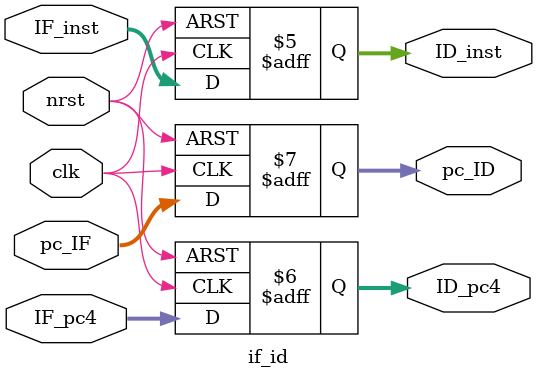
<source format=v>
`timescale 1ns/1ps

module if_id(
	input clk,
	input nrst,
	input [31:0] IF_pc4,
	input [31:0] pc_IF,
	input [31:0] IF_inst,
	output reg [31:0] ID_pc4,
	output reg [31:0] pc_ID,
	output reg [31:0] ID_inst
);
	always@(posedge clk or negedge nrst) begin
		if(!nrst) begin
			ID_pc4 <= 0;
			pc_ID <= 0;
		end
		else begin
			ID_pc4 <= IF_pc4;
			pc_ID <= pc_IF;
		end
	end

	always@(negedge clk or negedge nrst)
		if(!nrst)
			ID_inst <= 0;
		else
			ID_inst <= IF_inst;
endmodule
</source>
